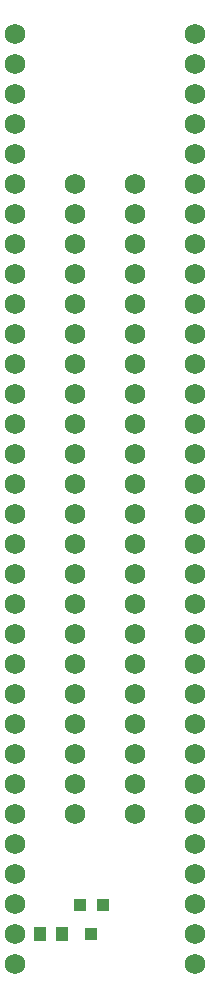
<source format=gts>
G04 #@! TF.FileFunction,Soldermask,Top*
%FSLAX46Y46*%
G04 Gerber Fmt 4.6, Leading zero omitted, Abs format (unit mm)*
G04 Created by KiCad (PCBNEW 4.0.7-e2-6376~58~ubuntu16.04.1) date Tue Apr  3 20:01:17 2018*
%MOMM*%
%LPD*%
G01*
G04 APERTURE LIST*
%ADD10C,0.203200*%
%ADD11C,1.727200*%
%ADD12R,1.003200X1.003200*%
%ADD13R,1.003200X1.203200*%
G04 APERTURE END LIST*
D10*
D11*
X144272000Y-69088000D03*
X144272000Y-71628000D03*
X144272000Y-74168000D03*
X144272000Y-76708000D03*
X144272000Y-79248000D03*
X144272000Y-81788000D03*
X144272000Y-84328000D03*
X144272000Y-86868000D03*
X144272000Y-89408000D03*
X144272000Y-91948000D03*
X144272000Y-94488000D03*
X144272000Y-97028000D03*
X144272000Y-99568000D03*
X144272000Y-102108000D03*
X144272000Y-104648000D03*
X144272000Y-107188000D03*
X144272000Y-109728000D03*
X144272000Y-112268000D03*
X144272000Y-114808000D03*
X144272000Y-117348000D03*
X144272000Y-119888000D03*
X144272000Y-122428000D03*
X144272000Y-124968000D03*
X144272000Y-127508000D03*
X144272000Y-130048000D03*
X144272000Y-132588000D03*
X144272000Y-135128000D03*
X144272000Y-137668000D03*
X144272000Y-140208000D03*
X144272000Y-142748000D03*
X144272000Y-145288000D03*
X144272000Y-147828000D03*
X159512000Y-147828000D03*
X159512000Y-145288000D03*
X159512000Y-142748000D03*
X159512000Y-140208000D03*
X159512000Y-137668000D03*
X159512000Y-135128000D03*
X159512000Y-132588000D03*
X159512000Y-130048000D03*
X159512000Y-127508000D03*
X159512000Y-124968000D03*
X159512000Y-122428000D03*
X159512000Y-119888000D03*
X159512000Y-117348000D03*
X159512000Y-114808000D03*
X159512000Y-112268000D03*
X159512000Y-109728000D03*
X159512000Y-107188000D03*
X159512000Y-104648000D03*
X159512000Y-102108000D03*
X159512000Y-99568000D03*
X159512000Y-97028000D03*
X159512000Y-94488000D03*
X159512000Y-91948000D03*
X159512000Y-89408000D03*
X159512000Y-86868000D03*
X159512000Y-84328000D03*
X159512000Y-81788000D03*
X159512000Y-79248000D03*
X159512000Y-76708000D03*
X159512000Y-74168000D03*
X159512000Y-71628000D03*
X159512000Y-69088000D03*
X154432000Y-135128000D03*
X154432000Y-132588000D03*
X154432000Y-130048000D03*
X154432000Y-127508000D03*
X154432000Y-124968000D03*
X154432000Y-122428000D03*
X154432000Y-119888000D03*
X154432000Y-117348000D03*
X154432000Y-114808000D03*
X154432000Y-112268000D03*
X154432000Y-109728000D03*
X154432000Y-107188000D03*
X154432000Y-104648000D03*
X154432000Y-102108000D03*
X154432000Y-99568000D03*
X154432000Y-97028000D03*
X154432000Y-94488000D03*
X154432000Y-91948000D03*
X154432000Y-89408000D03*
X154432000Y-86868000D03*
X154432000Y-84328000D03*
X154432000Y-81788000D03*
X149352000Y-135128000D03*
X149352000Y-132588000D03*
X149352000Y-130048000D03*
X149352000Y-127508000D03*
X149352000Y-124968000D03*
X149352000Y-122428000D03*
X149352000Y-119888000D03*
X149352000Y-117348000D03*
X149352000Y-114808000D03*
X149352000Y-112268000D03*
X149352000Y-109728000D03*
X149352000Y-107188000D03*
X149352000Y-104648000D03*
X149352000Y-102108000D03*
X149352000Y-99568000D03*
X149352000Y-97028000D03*
X149352000Y-94488000D03*
X149352000Y-91948000D03*
X149352000Y-89408000D03*
X149352000Y-86868000D03*
X149352000Y-84328000D03*
X149352000Y-81788000D03*
D12*
X151673600Y-142852800D03*
X149773600Y-142852800D03*
X150723600Y-145284800D03*
D13*
X146344600Y-145288000D03*
X148244600Y-145288000D03*
M02*

</source>
